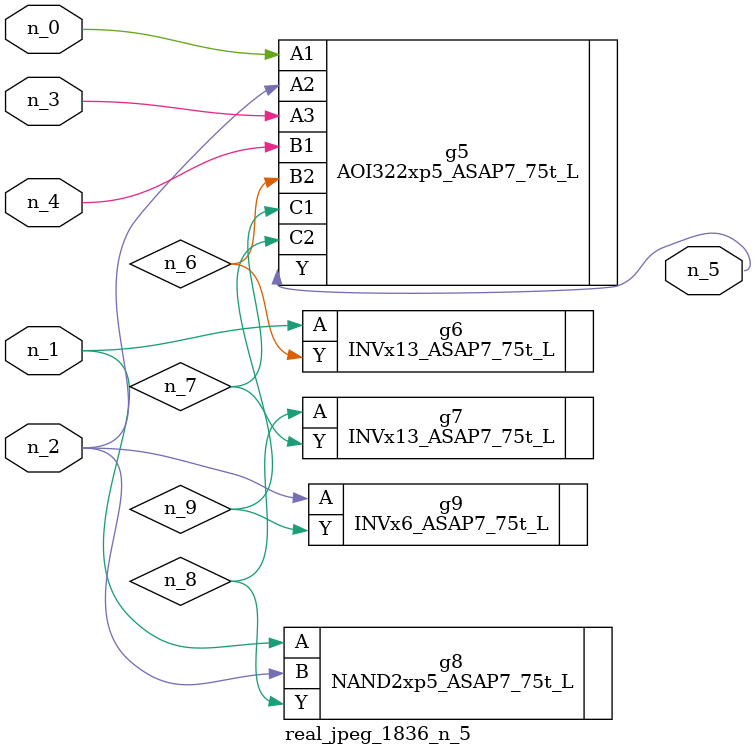
<source format=v>
module real_jpeg_1836_n_5 (n_4, n_0, n_1, n_2, n_3, n_5);

input n_4;
input n_0;
input n_1;
input n_2;
input n_3;

output n_5;

wire n_8;
wire n_6;
wire n_7;
wire n_9;

AOI322xp5_ASAP7_75t_L g5 ( 
.A1(n_0),
.A2(n_2),
.A3(n_3),
.B1(n_4),
.B2(n_6),
.C1(n_7),
.C2(n_9),
.Y(n_5)
);

INVx13_ASAP7_75t_L g6 ( 
.A(n_1),
.Y(n_6)
);

NAND2xp5_ASAP7_75t_L g8 ( 
.A(n_1),
.B(n_2),
.Y(n_8)
);

INVx6_ASAP7_75t_L g9 ( 
.A(n_2),
.Y(n_9)
);

INVx13_ASAP7_75t_L g7 ( 
.A(n_8),
.Y(n_7)
);


endmodule
</source>
